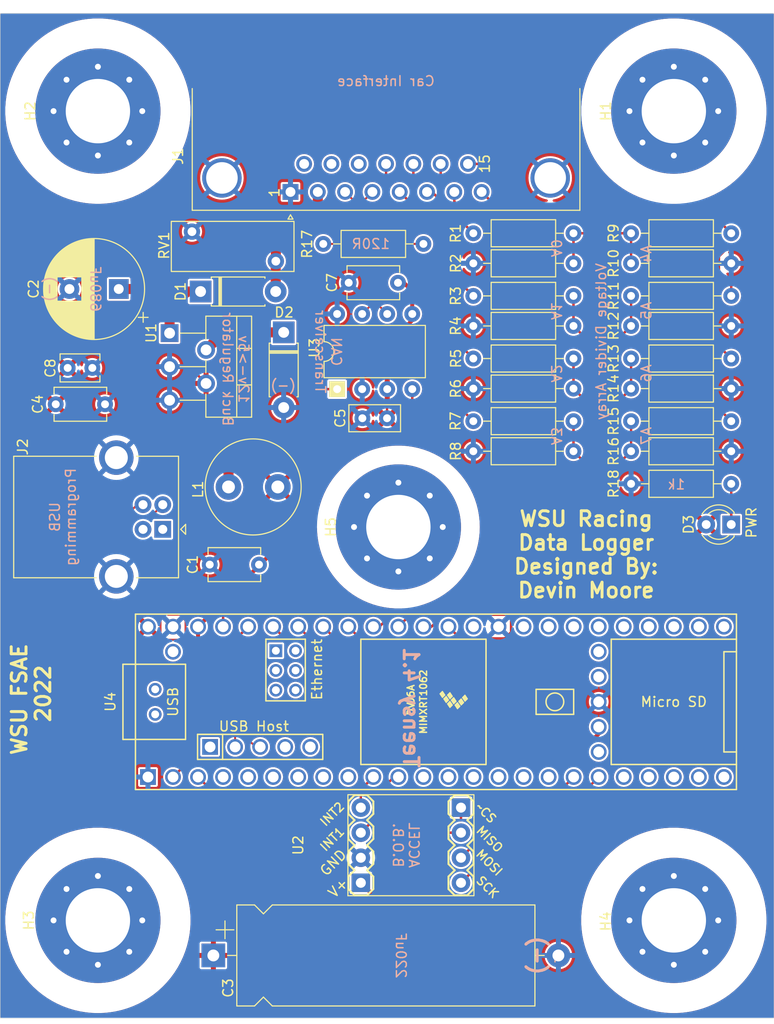
<source format=kicad_pcb>
(kicad_pcb (version 20211014) (generator pcbnew)
  (layers (0 "F.Cu" signal) (31 "B.Cu" signal) (34 "B.Paste" user) (35 "F.Paste" user) (36 "B.SilkS" user "B.Silkscreen") (37 "F.SilkS" user "F.Silkscreen") (38 "B.Mask" user) (39 "F.Mask" user) (44 "Edge.Cuts" user))
  (net 0 "")
  (net 1 "+3V3")
  (net 2 "GND")
  (net 3 "+5V")
  (net 4 "/car_12v")
  (net 7 "/car_A2")
  (net 8 "/car_A1")
  (net 10 "/car_A0")
  (net 12 "/D+")
  (net 13 "/D-")
  (net 15 "/teensy_A0")
  (net 16 "/teensy_A1")
  (net 17 "/teensy_A2")
  (net 18 "/SCK_ACC")
  (net 19 "/MOSI_ACC")
  (net 20 "/MISO_ACC")
  (net 21 "/CS1_ACC")
  (net 22 "/CAN_TX1")
  (net 23 "/CAN_RX1")
  (net 45 "/car_A5")
  (net 46 "/teensy_A5")
  (net 47 "/car_A6")
  (net 48 "/teensy_A6")
  (net 67 "/Vin_buck")
  (net 68 "/output_buck")
  (net 72 "/accel_int2")
  (net 73 "/accel_int1")
  (net 74 "/car_A3")
  (net 75 "/teensy_A3")
  (net 76 "/car_A4")
  (net 77 "/teensy_A4")
  (net 78 "/car_A7")
  (net 79 "/teensy_A7")
  (net 80 "Net-(D3-Pad1)")
  (net 86 "/CANH")
  (net 87 "/CANL")
  (footprint "Resistor_THT:R_Axial_DIN0207_L6.3mm_D2.5mm_P10.16mm_Horizontal" (layer "F.Cu") (at 97.771053 59.879582)
    (fp_text reference "R5")
    (fp_text value "R2_a")
  )
  (footprint "Connector_Dsub:DSUB-15_Female_Horizontal_P2.77x2.84mm_EdgePinOffset7.70mm_Housed_MountingHolesOffset9.12mm" (layer "F.Cu") (at 79.225 42.990331 180)
    (fp_text reference "J1")
    (fp_text value "DB15_Female_MountingHoles")
  )
  (footprint "Diode_THT:D_DO-41_SOD81_P7.62mm_Horizontal" (layer "F.Cu") (at 70.104 53.086)
    (fp_text reference "D1")
    (fp_text value "30v 2A")
  )
  (footprint "Capacitor_THT:C_Disc_D5.0mm_W2.5mm_P2.50mm" (layer "F.Cu") (at 89.018021 65.932468 180)
    (fp_text reference "C5")
    (fp_text value "10u")
  )
  (footprint "Resistor_THT:R_Axial_DIN0207_L6.3mm_D2.5mm_P10.16mm_Horizontal" (layer "F.Cu") (at 92.71 48.26 180)
    (fp_text reference "R17")
    (fp_text value "120R")
  )
  (footprint "LED_THT:LED_D3.0mm" (layer "F.Cu") (at 123.933053 76.708 180)
    (fp_text reference "D3")
    (fp_text value "LED")
  )
  (footprint "Resistor_THT:R_Axial_DIN0207_L6.3mm_D2.5mm_P10.16mm_Horizontal" (layer "F.Cu") (at 123.933053 72.579582 180)
    (fp_text reference "R18")
    (fp_text value "220R")
  )
  (footprint "teensy_holder:MountingHole_0.257_in_Pad_Via" (layer "F.Cu") (at 59.69 34.798)
    (fp_text reference "H2")
    (fp_text value ".257in")
  )
  (footprint "Resistor_THT:R_Axial_DIN0207_L6.3mm_D2.5mm_P10.16mm_Horizontal" (layer "F.Cu") (at 97.771053 53.529582)
    (fp_text reference "R3")
    (fp_text value "R1_a")
  )
  (footprint "teensy_holder:adxl362BOB_footprint" (layer "F.Cu") (at 91.44 109.22 180)
    (fp_text reference "U2")
    (fp_text value "ADXL362_BOB")
  )
  (footprint "teensy_holder:MountingHole_0.257_in_Pad_Via" (layer "F.Cu") (at 59.69 116.84)
    (fp_text reference "H3")
    (fp_text value ".257in")
  )
  (footprint "teensy_holder:MountingHole_0.257_in_Pad_Via" (layer "F.Cu") (at 118.11 116.84)
    (fp_text reference "H4")
    (fp_text value ".257in")
  )
  (footprint "Resistor_THT:R_Axial_DIN0207_L6.3mm_D2.5mm_P10.16mm_Horizontal" (layer "F.Cu") (at 97.771053 47.179582)
    (fp_text reference "R1")
    (fp_text value "R0_a")
  )
  (footprint "Resistor_THT:R_Axial_DIN0207_L6.3mm_D2.5mm_P10.16mm_Horizontal" (layer "F.Cu") (at 107.931053 50.227582 180)
    (fp_text reference "R2")
    (fp_text value "R0_b")
  )
  (footprint "teensy_holder:MountingHole_0.257_in_Pad_Via" (layer "F.Cu") (at 118.11 34.798)
    (fp_text reference "H1")
    (fp_text value ".257in")
  )
  (footprint "Resistor_THT:R_Axial_DIN0207_L6.3mm_D2.5mm_P10.16mm_Horizontal" (layer "F.Cu") (at 113.773053 56.577582)
    (fp_text reference "R12")
    (fp_text value "R5_b")
  )
  (footprint "teensy_holder:Teensy41" (layer "F.Cu") (at 93.98 94.68504)
    (fp_text reference "U4")
    (fp_text value "Teensy4.1")
  )
  (footprint "Capacitor_THT:CP_Axial_L30.0mm_D10.0mm_P35.00mm_Horizontal" (layer "F.Cu") (at 71.4 120.396)
    (fp_text reference "C3")
    (fp_text value "220u")
  )
  (footprint "Capacitor_THT:C_Disc_D5.1mm_W3.2mm_P5.00mm" (layer "F.Cu") (at 85.13 52.197)
    (fp_text reference "C7")
    (fp_text value ".1u")
  )
  (footprint "Capacitor_THT:C_Disc_D3.8mm_W2.6mm_P2.50mm" (layer "F.Cu") (at 56.625161 60.831165)
    (fp_text reference "C8")
    (fp_text value ".01u")
  )
  (footprint "Package_TO_SOT_THT:TO-220-5_P3.4x3.7mm_StaggerOdd_Lead3.8mm_Vertical" (layer "F.Cu") (at 66.962 57.306 -90)
    (fp_text reference "U1")
    (fp_text value "LM2592HV")
  )
  (footprint "Capacitor_THT:CP_Radial_D10.0mm_P5.00mm" (layer "F.Cu") (at 61.803677 52.832 180)
    (fp_text reference "C2")
    (fp_text value "680u")
  )
  (footprint "Capacitor_THT:C_Disc_D5.1mm_W3.2mm_P5.00mm" (layer "F.Cu") (at 55.412 64.516)
    (fp_text reference "C4")
    (fp_text value ".1u")
  )
  (footprint "Inductor_THT:L_Radial_D9.5mm_P5.00mm_Fastron_07HVP" (layer "F.Cu") (at 72.938 72.898)
    (fp_text reference "L1")
    (fp_text value "33u")
  )
  (footprint "Resistor_THT:R_Axial_DIN0207_L6.3mm_D2.5mm_P10.16mm_Horizontal" (layer "F.Cu") (at 113.773053 50.227582)
    (fp_text reference "R10")
    (fp_text value "R4_b")
  )
  (footprint "Resistor_THT:R_Axial_DIN0207_L6.3mm_D2.5mm_P10.16mm_Horizontal" (layer "F.Cu") (at 107.931053 56.577582 180)
    (fp_text reference "R4")
    (fp_text value "R1_b")
  )
  (footprint "Resistor_THT:R_Axial_DIN0207_L6.3mm_D2.5mm_P10.16mm_Horizontal" (layer "F.Cu") (at 123.933053 53.529582 180)
    (fp_text reference "R11")
    (fp_text value "R5_a")
  )
  (footprint "teensy_holder:V10P30P" (layer "F.Cu") (at 73.484851 48.514 180)
    (fp_text reference "RV1")
    (fp_text value "47v")
  )
  (footprint "Package_DIP:DIP-8_W7.62mm" (layer "F.Cu") (at 83.957 62.982 90)
    (fp_text reference "U3")
    (fp_text value "MCP2562")
  )
  (footprint "Diode_THT:D_DO-41_SOD81_P7.62mm_Horizontal" (layer "F.Cu") (at 78.536 57.228 -90)
    (fp_text reference "D2")
    (fp_text value "30v 2A")
  )
  (footprint "Resistor_THT:R_Axial_DIN0207_L6.3mm_D2.5mm_P10.16mm_Horizontal" (layer "F.Cu") (at 123.933053 66.229582 180)
    (fp_text reference "R15")
    (fp_text value "R7_a")
  )
  (footprint "Capacitor_THT:C_Disc_D5.1mm_W3.2mm_P5.00mm" (layer "F.Cu") (at 76.033 80.772 180)
    (fp_text reference "C1")
    (fp_text value ".1u")
  )
  (footprint "Resistor_THT:R_Axial_DIN0207_L6.3mm_D2.5mm_P10.16mm_Horizontal" (layer "F.Cu") (at 97.771053 66.229582)
    (fp_text reference "R7")
    (fp_text value "R3_a")
  )
  (footprint "teensy_holder:MountingHole_0.257_in_Pad_Via" (layer "F.Cu") (at 90.17 76.962)
    (fp_text reference "H5")
    (fp_text value ".257in")
  )
  (footprint "Resistor_THT:R_Axial_DIN0207_L6.3mm_D2.5mm_P10.16mm_Horizontal" (layer "F.Cu") (at 107.931053 62.927582 180)
    (fp_text reference "R6")
    (fp_text value "R2_b")
  )
  (footprint "Resistor_THT:R_Axial_DIN0207_L6.3mm_D2.5mm_P10.16mm_Horizontal" (layer "F.Cu") (at 107.931053 69.277582 180)
    (fp_text reference "R8")
    (fp_text value "R3_b")
  )
  (footprint "Resistor_THT:R_Axial_DIN0207_L6.3mm_D2.5mm_P10.16mm_Horizontal" (layer "F.Cu") (at 113.773053 62.927582)
    (fp_text reference "R14")
    (fp_text value "R6_b")
  )
  (footprint "Resistor_THT:R_Axial_DIN0207_L6.3mm_D2.5mm_P10.16mm_Horizontal" (layer "F.Cu") (at 113.773053 69.277582)
    (fp_text reference "R16")
    (fp_text value "R7_b")
  )
  (footprint "Connector_USB:USB_B_OST_USB-B1HSxx_Horizontal" (layer "F.Cu") (at 66.2675 77.196 180)
    (fp_text reference "J2")
    (fp_text value "USB_B")
  )
  (footprint "Resistor_THT:R_Axial_DIN0207_L6.3mm_D2.5mm_P10.16mm_Horizontal" (layer "F.Cu") (at 123.933053 59.879582 180)
    (fp_text reference "R13")
    (fp_text value "R6_a")
  )
  (footprint "Resistor_THT:R_Axial_DIN0207_L6.3mm_D2.5mm_P10.16mm_Horizontal" (layer "F.Cu") (at 123.933053 47.179582 180)
    (fp_text reference "R9")
    (fp_text value "R4_a")
  )
  (gr_rect (start 128.27 24.892) (end 49.784 126.746) (layer "Edge.Cuts") (width 0.05) (fill none))
  (gr_text "1k" (at 118.364 72.644) (layer "B.SilkS") (effects (font (size 1 1)) (justify mirror)))
  (gr_text "Voltage Divider Array" (at 110.744 58.166 90) (layer "B.SilkS") (effects (font (size 1 1)) (justify mirror)))
  (gr_text "(-)" (at 54.864 52.832 270) (layer "B.SilkS") (effects (font (size 1 1))))
  (gr_text "A0" (at 106.178693 48.68483 270) (layer "B.SilkS") (effects (font (size 1 1)) (justify mirror)))
  (gr_text "(-)" (at 78.486 62.738 180) (layer "B.SilkS") (effects (font (size 1 1))))
  (gr_text "A6" (at 115.320955 61.389299 90) (layer "B.SilkS") (effects (font (size 1 1)) (justify mirror)))
  (gr_text "A7" (at 115.320955 67.735838 90) (layer "B.SilkS") (effects (font (size 1 1)) (justify mirror)))
  (gr_text "12v->5v\nBuck Regulator" (at 73.66 60.96 270) (layer "B.SilkS") (effects (font (size 1 1)) (justify mirror)))
  (gr_text "A3" (at 106.178693 67.744498 270) (layer "B.SilkS") (effects (font (size 1 1)) (justify mirror)))
  (gr_text "Car Interface" (at 88.9 31.75) (layer "B.SilkS") (effects (font (size 1 1)) (justify mirror)))
  (gr_text "680uF\n" (at 59.436 52.832 270) (layer "B.SilkS") (effects (font (size 1 1)) (justify mirror)))
  (gr_text "A2" (at 106.178693 61.39796 270) (layer "B.SilkS") (effects (font (size 1 1)) (justify mirror)))
  (gr_text "A4" (at 115.316 49.276 90) (layer "B.SilkS") (effects (font (size 1 1)) (justify mirror)))
  (gr_text "Teensy 4.1" (at 91.44 95.25 270) (layer "B.SilkS") (effects (font (size 1.5 1.5) (thickness 0.3)) (justify mirror)))
  (gr_text "220uF" (at 90.424 120.396 270) (layer "B.SilkS") (effects (font (size 1 1)) (justify mirror)))
  (gr_text "(-)\n" (at 104.14 120.396 90) (layer "B.SilkS") (effects (font (size 1.5 1.5) (thickness 0.3)) (justify mirror)))
  (gr_text "ACCEL\nB.O.B.\n" (at 90.932 109.22 270) (layer "B.SilkS") (effects (font (size 1 1)) (justify mirror)))
  (gr_text "120R" (at 87.376 48.26) (layer "B.SilkS") (effects (font (size 1 1)) (justify mirror)))
  (gr_text "USB\nProgramming" (at 56.134 75.946 90) (layer "B.SilkS") (effects (font (size 1 1)) (justify mirror)))
  (gr_text "CAN\nTransceiver" (at 83.058 59.182 270) (layer "B.SilkS") (effects (font (size 1 1)) (justify mirror)))
  (gr_text "A5" (at 115.320955 55.042761 90) (layer "B.SilkS") (effects (font (size 1 1)) (justify mirror)))
  (gr_text "A1" (at 106.178693 55.051421 270) (layer "B.SilkS") (effects (font (size 1 1)) (justify mirror)))
  (gr_text "-" (at 105.984406 120.66004 90) (layer "B.SilkS") (effects (font (size 1 1))))
  (gr_text "PWR" (at 125.984 76.518418 90) (layer "F.SilkS") (effects (font (size 1 1))))
  (gr_text "1" (at 77.597 43.053 90) (layer "F.SilkS") (effects (font (size 1 1))))
  (gr_text "WSU Racing\nData Logger\nDesigned By:\nDevin Moore" (at 109.22 79.756) (layer "F.SilkS") (effects (font (size 1.5 1.5) (thickness 0.3))))
  (gr_text "WSU FSAE\n 2022" (at 52.924975 94.420689 90) (layer "F.SilkS") (effects (font (size 1.5 1.5) (thickness 0.3))))
  (gr_text "15" (at 98.933 40.132 90) (layer "F.SilkS") (effects (font (size 1 1))))
  (segment (start 75.184 97.536) (end 82.042 97.536) (width 0.4064) (layer "F.Cu") (net 1))
  (segment (start 95.358978 103.886) (end 96.012 103.886) (width 0.4064) (layer "F.Cu") (net 1))
  (segment (start 93.706281 113.445693) (end 93.706281 108.111693) (width 0.4064) (layer "F.Cu") (net 1))
  (segment (start 93.125694 114.02628) (end 93.706281 113.445693) (width 0.4064) (layer "F.Cu") (net 1))
  (segment (start 80.645001 64.497691) (end 80.645001 76.270039) (width 0.4064) (layer "F.Cu") (net 1))
  (segment (start 83.439 57.15) (end 82.55 58.039) (width 0.4064) (layer "F.Cu") (net 1))
  (segment (start 90.7215 52.197) (end 91.577 53.0525) (width 0.4064) (layer "F.Cu") (net 1))
  (segment (start 91.577 53.0525) (end 91.577 55.362) (width 0.4064) (layer "F.Cu") (net 1))
  (segment (start 93.706281 108.111693) (end 94.742 107.075974) (width 0.4064) (layer "F.Cu") (net 1))
  (segment (start 80.645001 76.270039) (end 69.85 87.06504) (width 0.4064) (layer "F.Cu") (net 1))
  (segment (start 82.55 58.039) (end 82.55 62.592692) (width 0.4064) (layer "F.Cu") (net 1))
  (segment (start 82.042 97.536) (end 85.494749 100.988749) (width 0.4064) (layer "F.Cu") (net 1))
  (segment (start 82.55 62.592692) (end 80.645001 64.497691) (width 0.4064) (layer "F.Cu") (net 1))
  (segment (start 109.22 100.076) (end 109.22 99.187) (width 0.4064) (layer "F.Cu") (net 1))
  (segment (start 91.577 55.362) (end 91.577 55.997) (width 0.4064) (layer "F.Cu") (net 1))
  (segment (start 108.307251 100.988749) (end 109.22 100.076) (width 0.4064) (layer "F.Cu") (net 1))
  (segment (start 90.424 57.15) (end 83.439 57.15) (width 0.4064) (layer "F.Cu") (net 1))
  (segment (start 90.13 52.197) (end 90.7215 52.197) (width 0.4064) (layer "F.Cu") (net 1))
  (segment (start 96.52 103.378) (end 96.52 101.483074) (width 0.4064) (layer "F.Cu") (net 1))
  (segment (start 109.22 99.187) (end 110.49 97.917) (width 0.4064) (layer "F.Cu") (net 1))
  (segment (start 94.742 107.075974) (end 94.742 104.502978) (width 0.4064) (layer "F.Cu") (net 1))
  (segment (start 69.85 87.06504) (end 69.85 92.202) (width 0.4064) (layer "F.Cu") (net 1))
  (segment (start 85.494749 100.988749) (end 97.014325 100.988749) (width 0.4064) (layer "F.Cu") (net 1))
  (segment (start 96.52 101.483074) (end 97.014325 100.988749) (width 0.4064) (layer "F.Cu") (net 1))
  (segment (start 69.85 92.202) (end 75.184 97.536) (width 0.4064) (layer "F.Cu") (net 1))
  (segment (start 97.014325 100.988749) (end 108.307251 100.988749) (width 0.4064) (layer "F.Cu") (net 1))
  (segment (start 87.35628 114.02628) (end 93.125694 114.02628) (width 0.4064) (layer "F.Cu") (net 1))
  (segment (start 91.577 55.997) (end 90.424 57.15) (width 0.4064) (layer "F.Cu") (net 1))
  (segment (start 96.012 103.886) (end 96.52 103.378) (width 0.4064) (layer "F.Cu") (net 1))
  (segment (start 110.49 97.917) (end 110.49 97.22504) (width 0.4064) (layer "F.Cu") (net 1))
  (segment (start 94.742 104.502978) (end 95.358978 103.886) (width 0.4064) (layer "F.Cu") (net 1))
  (segment (start 86.36 113.03) (end 87.35628 114.02628) (width 0.4064) (layer "F.Cu") (net 1))
  (segment (start 88.646 53.34) (end 89.154 53.848) (width 0.25) (layer "F.Cu") (net 3))
  (segment (start 80.949489 55.803489) (end 70.434511 55.803489) (width 0.25) (layer "F.Cu") (net 3))
  (segment (start 69.088 60.832) (end 70.662 62.406) (width 0.25) (layer "F.Cu") (net 3))
  (segment (start 90.17 56.62228) (end 81.80772 56.62228) (width 0.25) (layer "F.Cu") (net 3))
  (segment (start 70.434511 55.803489) (end 69.088 57.15) (width 0.25) (layer "F.Cu") (net 3))
  (segment (start 89.037 62.982) (end 89.037 60.061) (width 0.25) (layer "F.Cu") (net 3))
  (segment (start 93.472 53.34) (end 90.424 50.292) (width 0.25) (layer "F.Cu") (net 3))
  (segment (start 89.662 53.848) (end 90.17 54.356) (width 0.25) (layer "F.Cu") (net 3))
  (segment (start 89.018021 65.932468) (end 89.018021 63.000979) (width 0.25) (layer "F.Cu") (net 3))
  (segment (start 93.472 55.626) (end 93.472 53.34) (width 0.25) (layer "F.Cu") (net 3))
  (segment (start 81.80772 56.62228) (end 81.788 56.642) (width 0.25) (layer "F.Cu") (net 3))
  (segment (start 69.088 57.15) (end 69.088 60.832) (width 0.25) (layer "F.Cu") (net 3))
  (segment (start 90.17 54.356) (end 90.17 56.62228) (width 0.25) (layer "F.Cu") (net 3))
  (segment (start 89.154 53.848) (end 89.662 53.848) (width 0.25) (layer "F.Cu") (net 3))
  (segment (start 81.788 56.642) (end 80.949489 55.803489) (width 0.25) (layer "F.Cu") (net 3))
  (segment (start 88.646 51.562) (end 88.646 53.34) (width 0.25) (layer "F.Cu") (net 3))
  (segment (start 89.916 50.292) (end 88.646 51.562) (width 0.25) (layer "F.Cu") (net 3))
  (segment (start 89.018021 63.000979) (end 89.037 62.982) (width 0.25) (layer "F.Cu") (net 3))
  (segment (start 89.037 60.061) (end 93.472 55.626) (width 0.25) (layer "F.Cu") (net 3))
  (segment (start 90.424 50.292) (end 89.916 50.292) (width 0.25) (layer "F.Cu") (net 3))
  (segment (start 77.739351 46.974649) (end 77.739351 49.875132) (width 1.016) (layer "F.Cu") (net 4))
  (segment (start 77.724 53.086) (end 77.724 49.890483) (width 1.016) (layer "F.Cu") (net 4))
  (segment (start 81.995 44.497) (end 80.772 45.72) (width 1.016) (layer "F.Cu") (net 4))
  (segment (start 80.772 45.72) (end 78.994 45.72) (width 1.016) (layer "F.Cu") (net 4))
  (segment (start 78.994 45.72) (end 77.739351 46.974649) (width 1.016) (layer "F.Cu") (net 4))
  (segment (start 81.995 42.990331) (end 81.995 44.497) (width 1.016) (layer "F.Cu") (net 4))
  (segment (start 95.902357 58.010886) (end 97.771053 59.879582) (width 0.25) (layer "F.Cu") (net 7))
  (segment (start 92.018669 44.704) (end 93.98 44.704) (width 0.25) (layer "F.Cu") (net 7))
  (segment (start 95.902357 46.626357) (end 95.902357 58.010886) (width 0.25) (layer "F.Cu") (net 7))
  (segment (start 93.98 44.704) (end 95.902357 46.626357) (width 0.25) (layer "F.Cu") (net 7))
  (segment (start 90.305 42.990331) (end 92.018669 44.704) (width 0.25) (layer "F.Cu") (net 7))
  (segment (start 92.690369 44.196) (end 94.151753 44.196) (width 0.25) (layer "F.Cu") (net 8))
  (segment (start 91.69 43.195631) (end 92.690369 44.196) (width 0.25) (layer "F.Cu") (net 8))
  (segment (start 96.351877 46.396124) (end 96.351877 52.110406) (width 0.25) (layer "F.Cu") (net 8))
  (segment (start 91.69 40.150331) (end 91.69 43.195631) (width 0.25) (layer "F.Cu") (net 8))
  (segment (start 96.351877 52.110406) (end 97.771053 53.529582) (width 0.25) (layer "F.Cu") (net 8))
  (segment (start 94.151753 44.196) (end 96.351877 46.396124) (width 0.25) (layer "F.Cu") (net 8))
  (segment (start 97.771053 47.179582) (end 93.581802 42.990331) (width 0.25) (layer "F.Cu") (net 10))
  (segment (start 68.58 88.414112) (end 68.97952 88.813632) (width 0.2) (layer "F.Cu") (net 12))
  (segment (start 68.97952 88.813632) (end 68.97952 92.544514) (width 0.2) (layer "F.Cu") (net 12))
  (segment (start 67.988952 85.852) (end 68.58 86.443048) (width 0.2) (layer "F.Cu") (net 12))
  (segment (start 62.62952 78.828514) (end 66.43952 82.638514) (width 0.2) (layer "F.Cu") (net 12))
  (segment (start 66.43952 85.48952) (end 66.802 85.852) (width 0.2) (layer "F.Cu") (net 12))
  (segment (start 66.43952 82.638514) (end 66.43952 85.48952) (width 0.2) (layer "F.Cu") (net 12))
  (segment (start 62.62952 76.30848) (end 62.62952 78.828514) (width 0.2) (layer "F.Cu") (net 12))
  (segment (start 65.0175 75.946) (end 62.992 75.946) (width 0.2) (layer "F.Cu") (net 12))
  (segment (start 66.2675 74.696) (end 65.0175 75.946) (width 0.2) (layer "F.Cu") (net 12))
  (segment (start 62.992 75.946) (end 62.62952 76.30848) (width 0.2) (layer "F.Cu") (net 12))
  (segment (start 68.97952 92.544514) (end 75.689246 99.25424) (width 0.2) (layer "F.Cu") (net 12))
  (segment (start 68.58 86.443048) (end 68.58 88.414112) (width 0.2) (layer "F.Cu") (net 12))
  (segment (start 66.802 85.852) (end 67.988952 85.852) (width 0.2) (layer "F.Cu") (net 12))
  (segment (start 62.23 76.142994) (end 62.23 78.994) (width 0.2) (layer "F.Cu") (net 13))
  (segment (start 63.676994 74.696) (end 62.23 76.142994) (width 0.2) (layer "F.Cu") (net 13))
  (segment (start 66.688008 88.392) (end 67.992882 88.392) (width 0.2) (layer "F.Cu") (net 13))
  (segment (start 68.58 88.979118) (end 68.580001 92.710001) (width 0.2) (layer "F.Cu") (net 13))
  (segment (start 62.23 78.994) (end 66.04 82.804) (width 0.2) (layer "F.Cu") (net 13))
  (segment (start 73.6092 97.7392) (end 73.6092 99.25424) (width 0.2) (layer "F.Cu") (net 13))
  (segment (start 66.04 82.804) (end 66.04 87.743992) (width 0.2) (layer "F.Cu") (net 13))
  (segment (start 68.580001 92.710001) (end 73.6092 97.7392) (width 0.2) (layer "F.Cu") (net 13))
  (segment (start 66.04 87.743992) (end 66.688008 88.392) (width 0.2) (layer "F.Cu") (net 13))
  (segment (start 67.992882 88.392) (end 68.58 88.979118) (width 0.2) (layer "F.Cu") (net 13))
  (segment (start 110.484062 47.179582) (end 107.931053 47.179582) (width 0.25) (layer "F.Cu") (net 15))
  (segment (start 95.25 87.06504) (end 96.442753 88.257793) (width 0.25) (layer "F.Cu") (net 15))
  (segment (start 111.05648 47.752) (end 110.484062 47.179582) (width 0.25) (layer "F.Cu") (net 15))
  (segment (start 96.442753 88.257793) (end 100.972207 88.257793) (width 0.25) (layer "F.Cu") (net 15))
  (segment (start 110.420762 73.346084) (end 110.420762 69.79152) (width 0.25) (layer "F.Cu") (net 15))
  (segment (start 107.87144 75.895409) (end 110.420762 73.346084) (width 0.25) (layer "F.Cu") (net 15))
  (segment (start 107.87144 83.265712) (end 107.87144 75.895409) (width 0.25) (layer "F.Cu") (net 15))
  (segment (start 102.390529 85.061471) (end 106.075681 85.061471) (width 0.25) (layer "F.Cu") (net 15))
  (segment (start 100.972207 88.257793) (end 101.6 87.63) (width 0.25) (layer "F.Cu") (net 15))
  (segment (start 110.420762 69.79152) (end 111.05648 69.155802) (width 0.25) (layer "F.Cu") (net 15))
  (segment (start 101.6 85.852) (end 102.390529 85.061471) (width 0.25) (layer "F.Cu") (net 15))
  (segment (start 101.6 87.63) (end 101.6 85.852) (width 0.25) (layer "F.Cu") (net 15))
  (segment (start 107.931053 47.179582) (end 107.931053 50.227582) (width 0.25) (layer "F.Cu") (net 15))
  (segment (start 111.05648 69.155802) (end 111.05648 47.752) (width 0.25) (layer "F.Cu") (net 15))
  (segment (start 106.075681 85.061471) (end 107.87144 83.265712) (width 0.25) (layer "F.Cu") (net 15))
  (segment (start 110.60696 68.969604) (end 109.971242 69.605323) (width 0.25) (layer "F.Cu") (net 16))
  (segment (start 110.60696 59.253489) (end 110.60696 68.969604) (width 0.25) (layer "F.Cu") (net 16))
  (segment (start 107.42192 75.709209) (end 107.42192 83.07808) (width 0.25) (layer "F.Cu") (net 16))
  (segment (start 107.42192 83.07808) (end 107.188 83.312) (width 0.25) (layer "F.Cu") (net 16))
  (segment (start 107.931053 53.529582) (end 107.931053 56.577582) (width 0.25) (layer "F.Cu") (net 16))
  (segment (start 107.931053 56.577582) (end 110.60696 59.253489) (width 0.25) (layer "F.Cu") (net 16))
  (segment (start 107.189436 83.312) (end 105.889484 84.611951) (width 0.25) (layer "F.Cu") (net 16))
  (segment (start 94.742 85.852) (end 93.52896 87.06504) (width 0.25) (layer "F.Cu") (net 16))
  (segment (start 107.42192 75.709209) (end 109.971242 73.159886) (width 0.25) (layer "F.Cu") (net 16))
  (segment (start 105.889484 84.611951) (end 102.204331 84.611951) (width 0.25) (layer "F.Cu") (net 16))
  (segment (start 93.52896 87.06504) (end 92.71 87.06504) (width 0.25) (layer "F.Cu") (net 16))
  (segment (start 109.971242 69.605323) (end 109.971242 73.159886) (width 0.25) (layer "F.Cu") (net 16))
  (segment (start 102.204331 84.611951) (end 100.964282 85.852) (width 0.25) (layer "F.Cu") (net 16))
  (segment (start 100.964282 85.852) (end 94.742 85.852) (width 0.25) (layer "F.Cu") (net 16))
  (segment (start 100.778084 85.40248) (end 102.018134 84.162431) (width 0.25) (layer "F.Cu") (net 17))
  (segment (start 109.521722 72.973688) (end 109.521722 69.419126) (width 0.25) (layer "F.Cu") (net 17))
  (segment (start 109.521722 69.419126) (end 110.15744 68.783407) (width 0.25) (layer "F.Cu") (net 17))
  (segment (start 105.703287 84.162431) (end 106.73848 83.127238) (width 0.25) (layer "F.Cu") (net 17))
  (segment (start 106.9724 75.523011) (end 109.521722 72.973688) (width 0.25) (layer "F.Cu") (net 17))
  (segment (start 90.17 87.06504) (end 91.294511 85.940529) (width 0.25) (layer "F.Cu") (net 17))
  (segment (start 94.017753 85.940529) (end 94.555803 85.40248) (width 0.25) (layer "F.Cu") (net 17))
  (segment (start 110.15744 68.783407) (end 110.15744 65.153969) (width 0.25) (layer "F.Cu") (net 17))
  (segment (start 106.73848 83.127238) (end 106.73848 83.125802) (width 0.25) (layer "F.Cu") (net 17))
  (segment (start 94.555803 85.40248) (end 100.778084 85.40248) (width 0.25) (layer "F.Cu") (net 17))
  (segment (start 106.9724 82.891882) (end 106.9724 75.523011) (width 0.25) (layer "F.Cu") (net 17))
  (segment (start 106.73848 83.125802) (end 106.9724 82.891882) (width 0.25) (layer "F.Cu") (net 17))
  (segment (start 102.018134 84.162431) (end 105.703287 84.162431) (width 0.25) (layer "F.Cu") (net 17))
  (segment (start 91.294511 85.940529) (end 94.017753 85.940529) (width 0.25) (layer "F.Cu") (net 17))
  (segment (start 107.931053 59.879582) (end 107.931053 62.927582) (width 0.25) (layer "F.Cu") (net 17))
  (segment (start 110.15744 65.153969) (end 107.931053 62.927582) (width 0.25) (layer "F.Cu") (net 17))
  (segment (start 98.298 111.252) (end 98.298 104.902) (width 0.25) (layer "F.Cu") (net 18))
  (segment (start 98.298 104.902) (end 99.320929 103.879071) (width 0.25) (layer "F.Cu") (net 18))
  (segment (start 108.915969 103.879071) (end 110.49 102.30504) (width 0.25) (layer "F.Cu") (net 18))
  (segment (start 99.320929 103.879071) (end 108.915969 103.879071) (width 0.25) (layer "F.Cu") (net 18))
  (segment (start 96.52 113.03) (end 98.298 111.252) (width 0.25) (layer "F.Cu") (net 18))
  (segment (start 107.95 102.30504) (end 106.825489 103.429551) (width 0.25) (layer "F.Cu") (net 19))
  (segment (start 99.134731 103.429551) (end 97.84848 104.715802) (width 0.25) (layer "F.Cu") (net 19))
  (segment (start 106.825489 103.429551) (end 99.134731 103.429551) (width 0.25) (layer "F.Cu") (net 19))
  (segment (start 97.84848 104.715802) (end 97.84848 109.16152) (width 0.25) (layer "F.Cu") (net 19))
  (segment (start 97.84848 109.16152) (end 96.52 110.49) (width 0.25) (layer "F.Cu") (net 19))
  (segment (start 95.25 107.95) (end 96.52 107.95) (width 0.25) (layer "F.Cu") (net 20))
  (segment (start 93.53048 115.00352) (end 94.68352 113.85048) (width 0.25) (layer "F.Cu") (net 20))
  (segment (start 83.60476 104.94076) (end 83.60476 113.704478) (width 0.25) (layer "F.Cu") (net 20))
  (segment (start 83.058 104.394) (end 83.60476 104.94076) (width 0.25) (layer "F.Cu") (net 20))
  (segment (start 71.93896 104.394) (end 83.058 104.394) (width 0.25) (layer "F.Cu") (net 20))
  (segment (start 84.903802 115.00352) (end 93.53048 115.00352) (width 0.25) (layer "F.Cu") (net 20))
  (segment (start 83.60476 113.704478) (end 84.903802 115.00352) (width 0.25) (layer "F.Cu") (net 20))
  (segment (start 94.68352 108.51648) (end 95.25 107.95) (width 0.25) (layer "F.Cu") (net 20))
  (segment (start 94.68352 113.85048) (end 94.68352 108.51648) (width 0.25) (layer "F.Cu") (net 20))
  (segment (start 69.85 102.30504) (end 71.93896 104.394) (width 0.25) (layer "F.Cu") (net 20))
  (segment (start 68.52304 101.092) (end 67.31 102.30504) (width 0.25) (layer "F.Cu") (net 21))
  (segment (start 93.344282 114.554) (end 85.09 114.554) (width 0.25) (layer "F.Cu") (net 21))
  (segment (start 84.05428 104.14) (end 83.80028 103.886) (width 0.25) (layer "F.Cu") (net 21))
  (segment (start 94.234 108.330282) (end 94.234 113.664282) (width 0.25) (layer "F.Cu") (net 21))
  (segment (start 84.05428 113.51828) (end 84.05428 104.14) (width 0.25) (layer "F.Cu") (net 21))
  (segment (start 95.878593 106.685689) (end 94.234 108.330282) (width 0.25) (layer "F.Cu") (net 21))
  (segment (start 83.80028 103.886) (end 77.46066 103.886) (width 0.25) (layer "F.Cu") (net 21))
  (segment (start 85.09 114.554) (end 84.05428 113.51828) (width 0.25) (layer "F.Cu") (net 21))
  (segment (start 77.46066 103.886) (end 76.2 102.62534) (width 0.25) (layer "F.Cu") (net 21))
  (segment (start 96.52 106.685689) (end 95.878593 106.685689) (width 0.25) (layer "F.Cu") (net 21))
  (segment (start 96.52 105.41) (end 96.52 106.685689) (width 0.25) (layer "F.Cu") (net 21))
  (segment (start 94.234 113.664282) (end 93.344282 114.554) (width 0.25) (layer "F.Cu") (net 21))
  (segment (start 76.2 101.092) (end 68.52304 101.092) (width 0.25) (layer "F.Cu") (net 21))
  (segment (start 76.2 102.62534) (end 76.2 101.092) (width 0.25) (layer "F.Cu") (net 21))
  (segment (start 81.172721 64.716279) (end 81.17272 76.488628) (width 0.25) (layer "F.Cu") (net 22))
  (segment (start 76.535311 81.97348) (end 75.687869 81.97348) (width 0.25) (layer "F.Cu") (net 22))
  (segment (start 75.687869 81.97348) (end 71.265489 86.395859) (width 0.25) (layer "F.Cu") (net 22))
  (segment (start 77.27448 80.386869) (end 77.27448 81.234311) (width 0.25) (layer "F.Cu") (net 22))
  (segment (start 83.957 62.982) (end 82.907 62.982) (width 0.25) (layer "F.Cu") (net 22))
  (segment (start 71.924211 88.189551) (end 73.805489 88.189551) (width 0.25) (layer "F.Cu") (net 22))
  (segment (start 81.17272 76.488628) (end 77.27448 80.386869) (width 0.25) (layer "F.Cu") (net 22))
  (segment (start 73.805489 88.189551) (end 74.93 87.06504) (width 0.25) (layer "F.Cu") (net 22))
  (segment (start 71.265489 86.395859) (end 71.265489 87.530829) (width 0.25) (layer "F.Cu") (net 22))
  (segment (start 71.265489 87.530829) (end 71.924211 88.189551) (width 0.25) (layer "F.Cu") (net 22))
  (segment (start 82.907 62.982) (end 81.172721 64.716279) (width 0.25) (layer "F.Cu") (net 22))
  (segment (start 77.27448 81.234311) (end 76.535311 81.97348) (width 0.25) (layer "F.Cu") (net 22))
  (segment (start 75.874066 82.423) (end 72.39 85.907066) (width 0.25) (layer "F.Cu") (net 23))
  (segment (start 91.577 66.665) (end 90.424 67.818) (width 0.25) (layer "F.Cu") (net 23))
  (segment (start 91.577 62.982) (end 91.577 66.665) (width 0.25) (layer "F.Cu") (net 23))
  (segment (start 81.622241 70.733521) (end 81.62224 76.674826) (width 0.25) (layer "F.Cu") (net 23))
  (segment (start 76.721509 82.423) (end 75.874066 82.423) (width 0.25) (layer "F.Cu") (net 23))
  (segment (start 77.724 81.420509) (end 76.721509 82.423) (width 0.25) (layer "F.Cu") (net 23))
  (segment (start 90.424 67.818) (end 84.537762 67.818) (width 0.25) (layer "F.Cu") (net 23))
  (segment (start 84.537762 67.818) (end 81.622241 70.733521) (width 0.25) (layer "F.Cu") (net 23))
  (segment (start 81.62224 76.674826) (end 77.724 80.573066) (width 0.25) (layer "F.Cu") (net 23))
  (segment (start 72.39 85.907066) (end 72.39 87.06504) (width 0.25) (layer "F.Cu") (net 23))
  (segment (start 77.724 80.573066) (end 77.724 81.420509) (width 0.25) (layer "F.Cu") (net 23))
  (segment (start 122.682 49.53) (end 122.682 51.054) (width 0.25) (layer "F.Cu") (net 45))
  (segment (start 102.53155 44.320511) (end 121.411665 44.320512) (width 0.25) (layer "F.Cu") (net 45))
  (segment (start 124.46 48.514) (end 123.698 48.514) (width 0.25) (layer "F.Cu") (net 45))
  (segment (start 125.222 46.680114) (end 125.222 47.752) (width 0.25) (layer "F.Cu") (net 45))
  (segment (start 123.933053 52.305053) (end 123.933053 53.529582) (width 0.25) (layer "F.Cu") (net 45))
  (segment (start 123.698 48.514) (end 122.682 49.53) (width 0.25) (layer "F.Cu") (net 45))
  (segment (start 125.222 47.752) (end 124.46 48.514) (width 0.25) (layer "F.Cu") (net 45))
  (segment (start 122.682 51.054) (end 123.933053 52.305053) (width 0.25) (layer "F.Cu") (net 45))
  (segment (start 123.065153 45.974) (end 124.515886 45.974) (width 0.25) (layer "F.Cu") (net 45))
  (segment (start 98.36137 40.150331) (end 102.53155 44.320511) (width 0.25) (layer "F.Cu") (net 45))
  (segment (start 124.515886 45.974) (end 125.222 46.680114) (width 0.25) (layer "F.Cu") (net 45))
  (segment (start 97.23 40.150331) (end 98.36137 40.150331) (width 0.25) (layer "F.Cu") (net 45))
  (segment (start 121.411665 44.320512) (end 123.065153 45.974) (width 0.25) (layer "F.Cu") (net 45))
  (segment (start 113.773053 56.577582) (end 112.014 58.336635) (width 0.25) (layer "F.Cu") (net 46))
  (segment (start 96.070357 89.156833) (end 95.591827 88.678303) (width 0.25) (layer "F.Cu") (net 46))
  (segment (start 112.014 58.336635) (end 112.014 69.596) (width 0.25) (layer "F.Cu") (net 46))
  (segment (start 103.248884 89.156833) (end 96.070357 89.156833) (width 0.25) (layer "F.Cu") (net 46))
  (segment (start 106.673522 87.636478) (end 106.053654 88.256346) (width 0.25) (layer "F.Cu") (net 46))
  (segment (start 106.053654 88.256346) (end 104.149372 88.256346) (width 0.25) (layer "F.Cu") (net 46))
  (segment (start 113.773053 56.577582) (end 113.773053 53.529582) (width 0.25) (layer "F.Cu") (net 46))
  (segment (start 95.591827 88.678303) (end 84.163263 88.678303) (width 0.25) (layer "F.Cu") (net 46))
  (segment (start 106.673522 85.735066) (end 106.673522 87.636478) (width 0.25) (layer "F.Cu") (net 46))
  (segment (start 111.36896 73.669322) (end 108.77048 76.267803) (width 0.25) (layer "F.Cu") (net 46))
  (segment (start 112.014 69.596) (end 111.36896 70.24104) (width 0.25) (layer "F.Cu") (net 46))
  (segment (start 84.163263 88.678303) (end 82.55 87.06504) (width 0.25) (layer "F.Cu") (net 46))
  (segment (start 108.77048 76.267803) (end 108.77048 83.638108) (width 0.25) (layer "F.Cu") (net 46))
  (segment (start 108.77048 83.638108) (end 106.673522 85.735066) (width 0.25) (layer "F.Cu") (net 46))
  (segment (start 104.149372 88.256346) (end 103.248884 89.156833) (width 0.25) (layer "F.Cu") (net 46))
  (segment (start 111.36896 70.24104) (end 111.36896 73.669322) (width 0.25) (layer "F.Cu") (net 46))
  (segment (start 97.082458 45.219551) (end 121.039269 45.219551) (width 0.25) (layer "F.Cu") (net 47))
  (segment (start 121.86152 46.041802) (end 121.86152 57.808049) (width 0.25) (layer "F.Cu") (net 47))
  (segment (start 121.86152 57.808049) (end 123.933053 59.879582) (width 0.25) (layer "F.Cu") (net 47))
  (segment (start 95.845 42.990331) (end 95.845 43.982093) (width 0.25) (layer "F.Cu") (net 47))
  (segment (start 121.039269 45.219551) (end 121.86152 46.041802) (width 0.25) (layer "F.Cu") (net 47))
  (segment (start 95.845 43.982093) (end 97.082458 45.219551) (width 0.25) (layer "F.Cu") (net 47))
  (segment (start 108.144134 88.705866) (end 104.335569 88.705866) (width 0.25) (layer "F.Cu") (net 48))
  (segment (start 103.435081 89.606353) (end 82.551313 89.606353) (width 0.25) (layer "F.Cu") (net 48))
  (segment (start 104.335569 88.705866) (end 103.435081 89.606353) (width 0.25) (layer "F.Cu") (net 48))
  (segment (start 82.551313 89.606353) (end 80.01 87.06504) (width 0.25) (layer "F.Cu") (net 48))
  (segment (start 113.773053 62.927582) (end 113.773053 59.879582) (width 0.25) (layer "F.Cu") (net 48))
  (segment (start 111.81848 73.85552) (end 109.22 76.454) (width 0.25) (layer "F.Cu") (net 48))
  (segment (start 111.81848 70.596437) (end 111.81848 73.85552) (width 0.25) (layer "F.Cu") (net 48))
  (segment (start 112.522 69.892917) (end 111.81848 70.596437) (width 0.25) (layer "F.Cu") (net 48))
  (segment (start 112.522 64.178635) (end 112.522 69.892917) (width 0.25) (layer "F.Cu") (net 48))
  (segment (start 113.773053 62.927582) (end 112.522 64.178635) (width 0.25) (layer "F.Cu") (net 48))
  (segment (start 109.22 76.454) (end 109.22 87.63) (width 0.25) (layer "F.Cu") (net 48))
  (segment (start 109.22 87.63) (end 108.144134 88.705866) (width 0.25) (layer "F.Cu") (net 48))
  (segment (start 66.962 54.864) (end 64.93 52.832) (width 1.016) (layer "F.Cu") (net 67))
  (segment (start 68.74 53.086) (end 70.104 53.086) (width 1.016) (layer "F.Cu") (net 67))
  (segment (start 64.93 52.832) (end 61.803677 52.832) (width 1.016) (layer "F.Cu") (net 67))
  (segment (start 66.962 57.306) (end 66.962 54.77) (width 1.016) (layer "F.Cu") (net 67))
  (segment (start 66.962 54.864) (end 68.74 53.086) (width 1.016) (layer "F.Cu") (net 67))
  (segment (start 72.44 57.228) (end 70.662 59.006) (width 1.016) (layer "F.Cu") (net 68))
  (segment (start 72.938 59.904) (end 72.938 72.898) (width 1.016) (layer "F.Cu") (net 68))
  (segment (start 75.614 57.228) (end 72.938 59.904) (width 1.016) (layer "F.Cu") (net 68))
  (segment (start 78.536 57.228) (end 75.614 57.228) (width 1.016) (layer "F.Cu") (net 68))
  (segment (start 75.614 57.228) (end 72.44 57.228) (width 1.016) (layer "F.Cu") (net 68))
  (segment (start 86.36 103.57504) (end 87.63 102.30504) (width 0.25) (layer "F.Cu") (net 72))
  (segment (start 86.36 105.41) (end 86.36 103.57504) (width 0.25) (layer "F.Cu") (net 72))
  (segment (start 87.884 104.14) (end 87.884 106.426) (width 0.25) (layer "F.Cu") (net 73))
  (segment (start 89.71896 102.30504) (end 87.884 104.14) (width 0.25) (layer "F.Cu") (net 73))
  (segment (start 87.884 106.426) (end 86.36 107.95) (width 0.25) (layer "F.Cu") (net 73))
  (segment (start 93.726 45.15352) (end 95.452837 46.880357) (width 0.25) (layer "F.Cu") (net 74))
  (segment (start 95.452837 46.880357) (end 95.452837 63.911366) (width 0.25) (layer "F.Cu") (net 74))
  (segment (start 90.877889 45.15352) (end 93.726 45.15352) (width 0.25) (layer "F.Cu") (net 74))
  (segment (start 88.92 43.195631) (end 90.877889 45.15352) (width 0.25) (layer "F.Cu") (net 74))
  (segment (start 88.92 40.150331) (end 88.92 43.195631) (width 0.25) (layer "F.Cu") (net 74))
  (segment (start 95.452837 63.911366) (end 97.771053 66.229582) (width 0.25) (layer "F.Cu") (net 74))
  (segment (start 106.52288 75.336814) (end 109.072202 72.787491) (width 0.25) (layer "F.Cu") (net 75))
  (segment (start 101.831936 83.712911) (end 100.591886 84.95296) (width 0.25) (layer "F.Cu") (net 75))
  (segment (start 93.831557 85.491009) (end 91.108313 85.491009) (width 0.25) (layer "F.Cu") (net 75))
  (segment (start 107.931053 66.229582) (end 107.931053 69.277582) (width 0.25) (layer "F.Cu") (net 75))
  (segment (start 109.072202 70.418731) (end 109.072202 72.787491) (width 0.25) (layer "F.Cu") (net 75))
  (segment (start 106.28896 82.94104) (end 105.517089 83.712911) (width 0.25) (layer "F.Cu") (net 75))
  (segment (start 106.52288 75.336814) (end 106.52288 82.705684) (width 0.25) (layer "F.Cu") (net 75))
  (segment (start 100.591886 84.95296) (end 94.369606 84.95296) (width 0.25) (layer "F.Cu") (net 75))
  (segment (start 94.369606 84.95296) (end 93.831557 85.491009) (width 0.25) (layer "F.Cu") (net 75))
  (segment (start 105.517089 83.712911) (end 101.831936 83.712911) (width 0.25) (layer "F.Cu") (net 75))
  (segment (start 89.458031 85.852) (end 88.244991 87.06504) (width 0.25) (layer "F.Cu") (net 75))
  (segment (start 106.52288 82.705684) (end 106.28896 82.939604) (width 0.25) (layer "F.Cu") (net 75))
  (segment (start 91.108313 85.491009) (end 90.747322 85.852) (width 0.25) (layer "F.Cu") (net 75))
  (segment (start 90.747322 85.852) (end 89.458031 85.852) (width 0.25) (layer "F.Cu") (net 75))
  (segment (start 106.28896 82.939604) (end 106.28896 82.94104) (width 0.25) (layer "F.Cu") (net 75))
  (segment (start 107.931053 69.277582) (end 109.072202 70.418731) (width 0.25) (layer "F.Cu") (net 75))
  (segment (start 100.3947 44.770031) (end 121.225467 44.770031) (width 0.25) (layer "F.Cu") (net 76))
  (segment (start 98.615 42.990331) (end 100.3947 44.770031) (width 0.25) (layer "F.Cu") (net 76))
  (segment (start 123.176991 46.42352) (end 123.933053 47.179582) (width 0.25) (layer "F.Cu") (net 76))
  (segment (start 122.878955 46.42352) (end 123.176991 46.42352) (width 0.25) (layer "F.Cu") (net 76))
  (segment (start 121.225467 44.770031) (end 122.878955 46.42352) (width 0.25) (layer "F.Cu") (net 76))
  (segment (start 86.253743 88.228783) (end 85.09 87.06504) (width 0.25) (layer "F.Cu") (net 77))
  (segment (start 104.14 87.63) (end 103.062687 88.707313) (width 0.25) (layer "F.Cu") (net 77))
  (segment (start 104.14 86.55237) (end 104.14 87.63) (width 0.25) (layer "F.Cu") (net 77))
  (segment (start 113.773053 50.227582) (end 113.773053 47.179582) (width 0.25) (layer "F.Cu") (net 77))
  (segment (start 106.261879 85.510991) (end 105.181379 85.510991) (width 0.25) (layer "F.Cu") (net 77))
  (segment (start 108.32096 76.081606) (end 108.32096 83.45191) (width 0.25) (layer "F.Cu") (net 77))
  (segment (start 111.506 47.752) (end 111.506 69.342) (width 0.25) (layer "F.Cu") (net 77))
  (segment (start 110.870282 73.532282) (end 108.32096 76.081606) (width 0.25) (layer "F.Cu") (net 77))
  (segment (start 95.778025 88.228783) (end 86.253743 88.228783) (width 0.25) (layer "F.Cu") (net 77))
  (segment (start 103.062687 88.707313) (end 96.256555 88.707313) (width 0.25) (layer "F.Cu") (net 77))
  (segment (start 113.773053 47.179582) (end 112.078418 47.179582) (width 0.25) (layer "F.Cu") (net 77))
  (segment (start 96.256555 88.707313) (end 95.778025 88.228783) (width 0.25) (layer "F.Cu") (net 77))
  (segment (start 108.32096 83.45191) (end 106.261879 85.510991) (width 0.25) (layer "F.Cu") (net 77))
  (segment (start 105.181379 85.510991) (end 104.14 86.55237) (width 0.25) (layer "F.Cu") (net 77))
  (segment (start 110.870282 69.977718) (end 110.870282 73.532282) (width 0.25) (layer "F.Cu") (net 77))
  (segment (start 112.078418 47.179582) (end 111.506 47.752) (width 0.25) (layer "F.Cu") (net 77))
  (segment (start 111.506 69.342) (end 110.870282 69.977718) (width 0.25) (layer "F.Cu") (net 77))
  (segment (start 121.412 63.708529) (end 121.412 46.228) (width 0.25) (layer "F.Cu") (net 78))
  (segment (start 94.46 43.232811) (end 94.46 40.150331) (width 0.25) (layer "F.Cu") (net 78))
  (segment (start 120.853071 45.669071) (end 96.89626 45.669071) (width 0.25) (layer "F.Cu") (net 78))
  (segment (start 121.412 46.228) (end 120.853071 45.669071) (width 0.25) (layer "F.Cu") (net 78))
  (segment (start 96.89626 45.669071) (end 94.46 43.232811) (width 0.25) (layer "F.Cu") (net 78))
  (segment (start 123.933053 66.229582) (end 121.412 63.708529) (width 0.25) (layer "F.Cu") (net 78))
  (segment (start 112.268 74.041718) (end 112.268 70.782635) (width 0.25) (layer "F.Cu") (net 79))
  (segment (start 111.76 87.63467) (end 111.76 86.36) (width 0.25) (layer "F.Cu") (net 79))
  (segment (start 81.670601 90.055873) (end 103.621278 90.055873) (width 0.25) (layer "F.Cu") (net 79))
  (segment (start 78.74 88.33504) (end 79.949768 88.33504) (width 0.25) (layer "F.Cu") (net 79))
  (segment (start 113.773053 69.277582) (end 113.773053 66.229582) (width 0.25) (layer "F.Cu") (net 79))
  (segment (start 109.410859 88.392) (end 111.00267 88.392) (width 0.25) (layer "F.Cu") (net 79))
  (segment (start 79.949768 88.33504) (end 81.670601 90.055873) (width 0.25) (layer "F.Cu") (net 79))
  (segment (start 110.236 85.852) (end 109.728 85.344) (width 0.25) (layer "F.Cu") (net 79))
  (segment (start 111.76 86.36) (end 111.252 85.852) (width 0.25) (layer "F.Cu") (net 79))
  (segment (start 111.00267 88.392) (end 111.76 87.63467) (width 0.25) (layer "F.Cu") (net 79))
  (segment (start 103.621278 90.055873) (end 104.521766 89.155386) (width 0.25) (layer "F.Cu") (net 79))
  (segment (start 109.728 85.344) (end 109.728 76.581718) (width 0.25) (layer "F.Cu") (net 79))
  (segment (start 77.47 87.06504) (end 78.74 88.33504) (width 0.25) (layer "F.Cu") (net 79))
  (segment (start 108.647473 89.155386) (end 109.410859 88.392) (width 0.25) (layer "F.Cu") (net 79))
  (segment (start 112.268 70.782635) (end 113.773053 69.277582) (width 0.25) (layer "F.Cu") (net 79))
  (segment (start 109.728 76.581718) (end 112.268 74.041718) (width 0.25) (layer "F.Cu") (net 79))
  (segment (start 111.252 85.852) (end 110.236 85.852) (width 0.25) (layer "F.Cu") (net 79))
  (segment (start 104.521766 89.155386) (end 108.647473 89.155386) (width 0.25) (layer "F.Cu") (net 79))
  (segment (start 123.933053 72.579582) (end 123.933053 76.708) (width 0.25) (layer "F.Cu") (net 80))
  (segment (start 85.924999 44.15033) (end 85.924999 45.095199) (width 0.2) (layer "F.Cu") (net 86))
  (segment (start 84.765 42.990331) (end 85.924999 44.15033) (width 0.2) (layer "F.Cu") (net 86))
  (segment (start 87.376 48.26) (end 82.55 48.26) (width 0.2) (layer "F.Cu") (net 86))
  (segment (start 85.924999 45.095199) (end 87.376 46.5462) (width 0.2) (layer "F.Cu") (net 86))
  (segment (start 87.376 46.5462) (end 87.376 54.483) (width 0.2) (layer "F.Cu") (net 86))
  (segment (start 87.376 54.483) (end 86.497 55.362) (width 0.2) (layer "F.Cu") (net 86))
  (segment (start 86.375001 44.908801) (end 87.884 46.4178) (width 0.2) (layer "F.Cu") (net 87))
  (segment (start 86.375001 44.15033) (end 86.375001 44.908801) (width 0.2) (layer "F.Cu") (net 87))
  (segment (start 87.884 46.4178) (end 87.884 54.209) (width 0.2) (layer "F.Cu") (net 87))
  (segment (start 87.884 48.26) (end 92.71 48.26) (width 0.2) (layer "F.Cu") (net 87))
  (segment (start 87.884 54.209) (end 89.037 55.362) (width 0.2) (layer "F.Cu") (net 87))
  (segment (start 87.535 42.990331) (end 86.375001 44.15033) (width 0.2) (layer "F.Cu") (net 87))
  (zone (net 0) (net_name "") (layer "F.Cu") (connect_pads (clearance 0)) (min_thickness 0.254)
    (keepout (tracks allowed) (vias allowed) (pads allowed) (copperpour not_allowed) (footprints allowed))
    (fill (thermal_gap 0.508) (thermal_bridge_width 0.508))
    (polygon (pts (xy 68.358561 67.451787) (xy 68.358561 84.352584) (xy 50.187003 84.352584) (xy 50.187003 67.451787)))
  )
  (zone (net 0) (net_name "") (layer "F.Cu") (connect_pads (clearance 0)) (min_thickness 0.254)
    (keepout (tracks allowed) (vias allowed) (pads allowed) (copperpour not_allowed) (footprints allowed))
    (fill (thermal_gap 0.508) (thermal_bridge_width 0.508))
    (polygon (pts (xy 98.044 114.554) (xy 84.836 114.554) (xy 84.836 103.886) (xy 98.044 103.886)))
  )
  (zone (net 3) (net_name "+5V") (layer "F.Cu") (connect_pads (clearance 0)) (min_thickness 0.254) (fill yes (thermal_gap 0.508) (thermal_bridge_width 0.508))
    (polygon (pts (xy 128.27 126.746) (xy 49.784 126.746) (xy 49.784 24.892) (xy 128.27 24.892)))
  )
  (zone (net 2) (net_name "GND") (layer "B.Cu") (connect_pads (clearance 0)) (min_thickness 0.254) (fill yes (thermal_gap 0.508) (thermal_bridge_width 0.508))
    (polygon (pts (xy 128.27 126.746) (xy 49.784 126.746) (xy 49.784 24.892) (xy 128.27 24.892)))
  )
)
</source>
